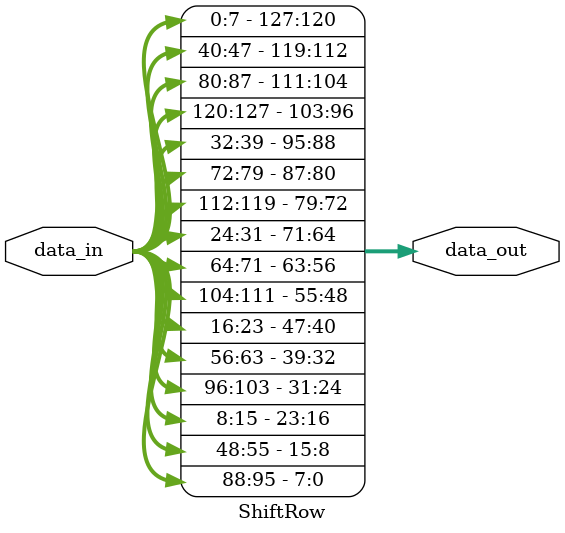
<source format=v>
`timescale 1ns / 1ps

module ShiftRow(data_in, data_out);
	input [0:127] data_in;
	output [0:127] data_out;
	
	// First row (r = 0) is not shifted
	assign data_out[0+:8] = data_in[0+:8];
	assign data_out[32+:8] = data_in[32+:8];
	assign data_out[64+:8] = data_in[64+:8];
	assign data_out[96+:8] = data_in[96+:8];
	
	// Second row (r = 1) is cyclically left shifted by 1 offset
	assign data_out[8+:8] = data_in[40+:8];
	assign data_out[40+:8] = data_in[72+:8];
	assign data_out[72+:8] = data_in[104+:8];
	assign data_out[104+:8] = data_in[8+:8];
	
	// Third row (r = 2) is cyclically left shifted by 2 offsets
	assign data_out[16+:8] = data_in[80+:8];
	assign data_out[48+:8] = data_in[112+:8];
	assign data_out[80+:8] = data_in[16+:8];
	assign data_out[112+:8] = data_in[48+:8];
	
	// Fourth row (r = 3) is cyclically left shifted by 3 offsets
	assign data_out[24+:8] = data_in[120+:8];
	assign data_out[56+:8] = data_in[24+:8];
	assign data_out[88+:8] = data_in[56+:8];
	assign data_out[120+:8] = data_in[88+:8];

endmodule

</source>
